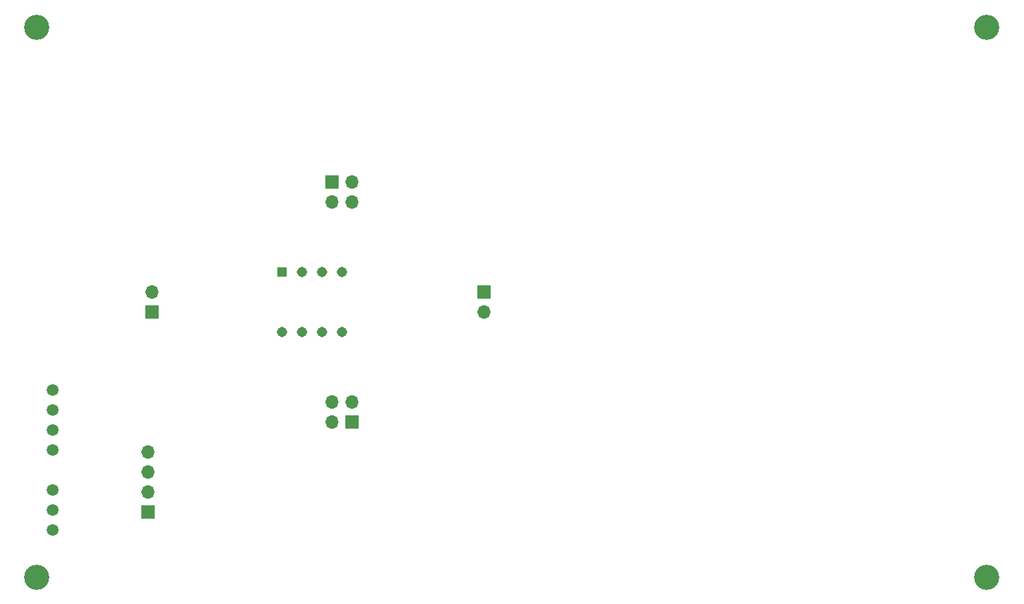
<source format=gbr>
%TF.GenerationSoftware,KiCad,Pcbnew,(5.1.7)-1*%
%TF.CreationDate,2021-04-21T22:03:09-05:00*%
%TF.ProjectId,instrumentation_amplifier,696e7374-7275-46d6-956e-746174696f6e,1.0*%
%TF.SameCoordinates,Original*%
%TF.FileFunction,Soldermask,Bot*%
%TF.FilePolarity,Negative*%
%FSLAX46Y46*%
G04 Gerber Fmt 4.6, Leading zero omitted, Abs format (unit mm)*
G04 Created by KiCad (PCBNEW (5.1.7)-1) date 2021-04-21 22:03:09*
%MOMM*%
%LPD*%
G01*
G04 APERTURE LIST*
%ADD10O,1.700000X1.700000*%
%ADD11R,1.700000X1.700000*%
%ADD12C,1.509000*%
%ADD13C,1.308000*%
%ADD14R,1.308000X1.308000*%
%ADD15C,3.200000*%
G04 APERTURE END LIST*
D10*
%TO.C,J1*%
X119380000Y-87630000D03*
D11*
X119380000Y-90170000D03*
%TD*%
D12*
%TO.C,U2*%
X106730000Y-117830000D03*
X106730000Y-115290000D03*
X106730000Y-112750000D03*
X106730000Y-107670000D03*
X106730000Y-105130000D03*
X106730000Y-102590000D03*
X106730000Y-100050000D03*
%TD*%
D10*
%TO.C,J2*%
X142240000Y-101600000D03*
X144780000Y-101600000D03*
X142240000Y-104140000D03*
D11*
X144780000Y-104140000D03*
%TD*%
%TO.C,J3*%
X142240000Y-73660000D03*
D10*
X144780000Y-73660000D03*
X142240000Y-76200000D03*
X144780000Y-76200000D03*
%TD*%
D11*
%TO.C,J4*%
X161544000Y-87630000D03*
D10*
X161544000Y-90170000D03*
%TD*%
D13*
%TO.C,SW1*%
X143510000Y-85090000D03*
X140970000Y-85090000D03*
X138430000Y-85090000D03*
D14*
X135890000Y-85090000D03*
D13*
X143510000Y-92710000D03*
X140970000Y-92710000D03*
X138430000Y-92710000D03*
X135890000Y-92710000D03*
%TD*%
D15*
%TO.C,H1*%
X104775000Y-53975000D03*
%TD*%
%TO.C,H2*%
X104775000Y-123825000D03*
%TD*%
%TO.C,H3*%
X225425000Y-53975000D03*
%TD*%
%TO.C,H4*%
X225425000Y-123825000D03*
%TD*%
D11*
%TO.C,J5*%
X118872000Y-115570000D03*
D10*
X118872000Y-113030000D03*
X118872000Y-110490000D03*
X118872000Y-107950000D03*
%TD*%
M02*

</source>
